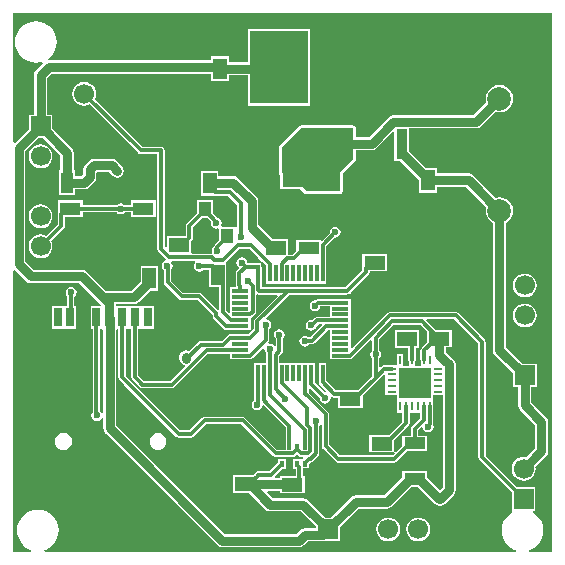
<source format=gtl>
G04*
G04 #@! TF.GenerationSoftware,Altium Limited,Altium Designer,20.2.7 (254)*
G04*
G04 Layer_Physical_Order=1*
G04 Layer_Color=255*
%FSLAX44Y44*%
%MOMM*%
G71*
G04*
G04 #@! TF.SameCoordinates,BAD59D02-7682-4231-AD5D-2D7AA58F7FA9*
G04*
G04*
G04 #@! TF.FilePolarity,Positive*
G04*
G01*
G75*
%ADD15R,1.1500X1.8000*%
%ADD16R,0.3000X1.4500*%
%ADD17R,1.4500X0.3000*%
%ADD18R,1.1000X1.3000*%
%ADD19R,0.9500X2.6000*%
%ADD20R,4.9000X6.2000*%
%ADD21R,1.6000X1.4000*%
%ADD22R,1.2000X2.2000*%
%ADD23R,1.2000X1.4000*%
%ADD24R,0.7000X1.6000*%
%ADD25R,1.8000X1.1000*%
%ADD26R,1.8000X1.1500*%
%ADD27R,1.8000X1.0000*%
%ADD28R,1.0000X1.8000*%
%ADD29R,1.8000X1.2300*%
%ADD30R,1.2300X1.8000*%
%ADD31R,0.3500X0.5000*%
%ADD32R,0.8000X0.2500*%
%ADD33R,0.2500X0.8000*%
%ADD34R,2.7000X2.6000*%
%ADD57C,0.3000*%
%ADD58C,0.8000*%
%ADD59C,0.5000*%
%ADD60C,1.7000*%
%ADD61R,1.7000X1.7000*%
%ADD62R,1.7000X1.7000*%
%ADD63C,2.0000*%
%ADD64C,0.6000*%
G36*
X457940Y2060D02*
X438657D01*
X438469Y3330D01*
X439745Y3717D01*
X442792Y5346D01*
X445463Y7537D01*
X447655Y10208D01*
X449283Y13255D01*
X450286Y16562D01*
X450625Y20000D01*
X450286Y23438D01*
X449283Y26745D01*
X447655Y29792D01*
X445463Y32463D01*
X442792Y34655D01*
X441379Y35410D01*
X441697Y36680D01*
X444020D01*
Y56720D01*
X428335D01*
X401829Y83225D01*
Y179500D01*
X401595Y180678D01*
X400927Y181677D01*
X378527Y204077D01*
X377528Y204745D01*
X376350Y204979D01*
X320921D01*
X319743Y204745D01*
X318744Y204077D01*
X288693Y174027D01*
X287520Y174513D01*
Y184730D01*
Y194730D01*
Y204730D01*
Y215770D01*
X279048D01*
X278750Y215829D01*
X260000D01*
X258822Y215595D01*
X257823Y214927D01*
X257712Y214816D01*
X257500Y214859D01*
X255736Y214508D01*
X254241Y213509D01*
X253242Y212014D01*
X252892Y210250D01*
X253242Y208486D01*
X254241Y206991D01*
X255736Y205992D01*
X257500Y205641D01*
X259264Y205992D01*
X260759Y206991D01*
X261758Y208486D01*
X261993Y209671D01*
X269980D01*
Y200829D01*
X259312D01*
X258134Y200595D01*
X257134Y199927D01*
X255139Y197932D01*
X254250Y198109D01*
X252486Y197758D01*
X250991Y196759D01*
X249992Y195264D01*
X249641Y193500D01*
X249992Y191736D01*
X250991Y190241D01*
X252486Y189242D01*
X254250Y188892D01*
X256014Y189242D01*
X257509Y190241D01*
X258508Y191736D01*
X258720Y192804D01*
X260587Y194671D01*
X262907D01*
X263393Y193498D01*
X253549Y183653D01*
X251418D01*
X250514Y184258D01*
X248750Y184609D01*
X246986Y184258D01*
X245491Y183259D01*
X244492Y181764D01*
X244142Y180000D01*
X244492Y178236D01*
X245491Y176741D01*
X246986Y175742D01*
X248750Y175392D01*
X250514Y175742D01*
X252009Y176741D01*
X252512Y177495D01*
X254824D01*
X256002Y177729D01*
X257001Y178397D01*
X268276Y189671D01*
X269980D01*
Y184730D01*
Y174730D01*
Y164730D01*
X278453D01*
X278750Y164671D01*
X286771D01*
X287068Y164730D01*
X287520D01*
Y164820D01*
X287949Y164905D01*
X288948Y165573D01*
X304357Y180982D01*
X305531Y180496D01*
Y172289D01*
X305351Y172169D01*
X304352Y170674D01*
X304001Y168910D01*
X304352Y167146D01*
X305351Y165651D01*
X305531Y165531D01*
Y150635D01*
X293416Y138520D01*
X283298D01*
X283000Y138579D01*
X275026D01*
X267079Y146525D01*
Y153000D01*
X267020Y153297D01*
Y161770D01*
X260980D01*
Y153297D01*
X260921Y153000D01*
Y145250D01*
X260980Y144953D01*
Y144230D01*
X261124D01*
X261155Y144072D01*
X261823Y143073D01*
X266649Y138247D01*
X266164Y136936D01*
X265473Y136882D01*
X257079Y145275D01*
Y153000D01*
X257020Y153297D01*
Y161770D01*
X227079D01*
Y167269D01*
X229427Y169617D01*
X230095Y170616D01*
X230329Y171794D01*
Y182371D01*
X230509Y182491D01*
X231508Y183986D01*
X231859Y185750D01*
X231508Y187514D01*
X230509Y189009D01*
X229014Y190008D01*
X227250Y190359D01*
X225486Y190008D01*
X223991Y189009D01*
X222992Y187514D01*
X222642Y185750D01*
X222992Y183986D01*
X223991Y182491D01*
X224171Y182371D01*
Y176183D01*
X222901Y175798D01*
X222259Y176759D01*
X220764Y177758D01*
X219000Y178109D01*
X218696Y178048D01*
X218441Y178287D01*
X217978Y179200D01*
X218448Y179904D01*
X218682Y181082D01*
Y190768D01*
X218862Y190888D01*
X219861Y192383D01*
X220212Y194147D01*
X219861Y195911D01*
X218862Y197406D01*
X217367Y198405D01*
X216273Y198622D01*
X215855Y200000D01*
X235525Y219671D01*
X284500D01*
X284797Y219730D01*
X287520D01*
Y221416D01*
X302677Y236573D01*
X303345Y237572D01*
X303579Y238750D01*
Y239480D01*
X318520D01*
Y254020D01*
X297480D01*
Y242798D01*
X297421Y242500D01*
Y240025D01*
X283225Y225829D01*
X212119D01*
Y231750D01*
X212079Y231951D01*
Y243250D01*
X212020Y243547D01*
Y246270D01*
X209298D01*
X209000Y246329D01*
X200249D01*
X200109Y246500D01*
X199758Y248264D01*
X198759Y249759D01*
X197264Y250758D01*
X195500Y251109D01*
X193736Y250758D01*
X192241Y249759D01*
X191242Y248264D01*
X190891Y246500D01*
X191242Y244736D01*
X192241Y243241D01*
X192695Y242938D01*
X192820Y241674D01*
X191243Y240097D01*
X190575Y239098D01*
X190341Y237920D01*
Y227834D01*
X190499Y227040D01*
X189756Y225770D01*
X185480D01*
Y214730D01*
Y204513D01*
X184307Y204027D01*
X182329Y206005D01*
Y232250D01*
X182270Y232547D01*
Y247020D01*
X182889Y248034D01*
X193025Y258171D01*
X201996D01*
X209465Y250701D01*
X210053Y249822D01*
X211822Y248053D01*
X212701Y247465D01*
X215921Y244245D01*
Y237500D01*
X215980Y237203D01*
Y228730D01*
X267020D01*
Y237203D01*
X267079Y237500D01*
Y260475D01*
X274288Y267684D01*
X274500Y267642D01*
X276264Y267992D01*
X277759Y268991D01*
X278758Y270486D01*
X279109Y272250D01*
X278758Y274014D01*
X277759Y275509D01*
X276264Y276508D01*
X274500Y276859D01*
X272736Y276508D01*
X271241Y275509D01*
X270242Y274014D01*
X269891Y272250D01*
X269934Y272038D01*
X263095Y265200D01*
X262412Y265482D01*
Y265482D01*
X241372D01*
Y256797D01*
X237884Y253309D01*
X234770D01*
Y266270D01*
X221689D01*
X209378Y278581D01*
Y298750D01*
X208950Y300904D01*
X207730Y302730D01*
X191980Y318480D01*
X190154Y319700D01*
X188000Y320128D01*
X175520D01*
Y324270D01*
X160980D01*
Y303230D01*
X172202D01*
X172500Y303171D01*
X183865D01*
X191254Y295782D01*
Y277745D01*
X190194Y277237D01*
X178822D01*
X178132Y278507D01*
X178429Y279999D01*
X178078Y281763D01*
X177079Y283258D01*
X175584Y284257D01*
X175183Y284337D01*
X171123Y288397D01*
Y300082D01*
X157083D01*
Y288397D01*
X148823Y280137D01*
X148155Y279138D01*
X147921Y277960D01*
Y269020D01*
X131730D01*
Y260288D01*
X130460Y259650D01*
X130064Y259944D01*
Y341786D01*
X129830Y342965D01*
X129162Y343963D01*
X128163Y344631D01*
X126985Y344865D01*
X110989D01*
X70944Y384910D01*
X71762Y386884D01*
X72106Y389500D01*
X71762Y392116D01*
X70753Y394553D01*
X69146Y396646D01*
X67053Y398252D01*
X64616Y399262D01*
X62000Y399607D01*
X59384Y399262D01*
X56947Y398252D01*
X54854Y396646D01*
X53248Y394553D01*
X52238Y392116D01*
X51894Y389500D01*
X52238Y386884D01*
X53248Y384447D01*
X54854Y382354D01*
X56947Y380748D01*
X59384Y379738D01*
X62000Y379394D01*
X64616Y379738D01*
X66590Y380556D01*
X107537Y339609D01*
X108536Y338941D01*
X109714Y338707D01*
X123906D01*
Y257994D01*
X124140Y256816D01*
X124808Y255817D01*
X130988Y249637D01*
X130570Y248259D01*
X130410Y248227D01*
X128915Y247228D01*
X127916Y245733D01*
X127565Y243969D01*
X127916Y242206D01*
X128915Y240711D01*
X129421Y240373D01*
Y229979D01*
X129655Y228801D01*
X130323Y227802D01*
X142177Y215947D01*
X143176Y215280D01*
X144355Y215045D01*
X158100D01*
X170671Y202475D01*
Y201250D01*
X170905Y200072D01*
X171573Y199073D01*
X180073Y190573D01*
X181072Y189905D01*
X182250Y189671D01*
X194250D01*
X194548Y189730D01*
X203020D01*
Y199820D01*
X203449Y199905D01*
X204448Y200573D01*
X206697Y202822D01*
X207365Y203821D01*
X207599Y204999D01*
Y219195D01*
X207616Y219218D01*
X208815Y219902D01*
X208869Y219896D01*
X210000Y219671D01*
X225157D01*
X225643Y218498D01*
X206386Y199240D01*
X205718Y198241D01*
X205484Y197063D01*
Y190318D01*
X200996Y185829D01*
X185250D01*
X184072Y185595D01*
X183073Y184927D01*
X178475Y180329D01*
X160500D01*
X159322Y180095D01*
X158323Y179427D01*
X150668Y171773D01*
X150404Y171950D01*
X148250Y172378D01*
X146096Y171950D01*
X144270Y170730D01*
X143050Y168904D01*
X142622Y166750D01*
Y165250D01*
X143050Y163096D01*
X144270Y161270D01*
X146096Y160050D01*
X146907Y159889D01*
X147275Y158674D01*
X134913Y146312D01*
X112365D01*
X111691Y146985D01*
X111145Y147802D01*
X107919Y151028D01*
Y190732D01*
X110050D01*
X110360Y190732D01*
X111320D01*
X111630Y190732D01*
X121360D01*
Y209772D01*
X111630D01*
X111320Y209772D01*
X110360D01*
X110050Y209772D01*
X100630D01*
X100320Y209772D01*
X99360D01*
X99050Y209772D01*
X89844D01*
X88986Y210904D01*
X89250Y211622D01*
X104000D01*
X106154Y212050D01*
X107980Y213270D01*
X117690Y222980D01*
X124270D01*
Y244020D01*
X109730D01*
Y230939D01*
X101669Y222878D01*
X80331D01*
X64230Y238980D01*
X62404Y240200D01*
X60250Y240628D01*
X19041D01*
X12088Y247581D01*
Y341129D01*
X22940Y351980D01*
X27061D01*
X41660Y337381D01*
Y324912D01*
X40768D01*
Y303872D01*
X53808D01*
Y308764D01*
X62081D01*
X64235Y309192D01*
X66061Y310412D01*
X70747Y315099D01*
X71968Y316925D01*
X72396Y319078D01*
Y323284D01*
X83007D01*
X86020Y320270D01*
X87846Y319050D01*
X90000Y318622D01*
X92154Y319050D01*
X93980Y320270D01*
X95200Y322096D01*
X95628Y324250D01*
X95200Y326404D01*
X93980Y328230D01*
X89318Y332892D01*
X87492Y334112D01*
X85338Y334540D01*
X70001D01*
X67847Y334112D01*
X66022Y332892D01*
X62788Y329658D01*
X61568Y327832D01*
X61140Y325678D01*
Y321410D01*
X59750Y320020D01*
X53808D01*
Y324912D01*
X52916D01*
Y339712D01*
X52488Y341866D01*
X51267Y343692D01*
X35020Y359939D01*
Y372020D01*
X30628D01*
Y403169D01*
X34081Y406622D01*
X169573D01*
Y400381D01*
X184914D01*
Y405272D01*
X200980D01*
Y379480D01*
X253020D01*
Y444520D01*
X200980D01*
Y416529D01*
X184914D01*
Y421421D01*
X169573D01*
Y417878D01*
X31750D01*
X31470Y417822D01*
X31412Y417910D01*
X31012Y419026D01*
X33463Y421037D01*
X35655Y423708D01*
X37283Y426755D01*
X38286Y430062D01*
X38625Y433500D01*
X38286Y436939D01*
X37283Y440245D01*
X35655Y443292D01*
X33463Y445963D01*
X30792Y448155D01*
X27745Y449783D01*
X24439Y450786D01*
X21000Y451125D01*
X17562Y450786D01*
X14255Y449783D01*
X11208Y448155D01*
X8537Y445963D01*
X6345Y443292D01*
X4717Y440245D01*
X3714Y436939D01*
X3375Y433500D01*
X3714Y430062D01*
X4717Y426755D01*
X6345Y423708D01*
X8537Y421037D01*
X11208Y418845D01*
X14255Y417217D01*
X17562Y416214D01*
X21000Y415875D01*
X24439Y416214D01*
X26620Y416876D01*
X27293Y415753D01*
X21020Y409480D01*
X19800Y407654D01*
X19372Y405500D01*
Y372020D01*
X14980D01*
Y359939D01*
X3330Y348289D01*
X2060Y348815D01*
Y457940D01*
X457940D01*
Y2060D01*
D02*
G37*
G36*
X169477Y281333D02*
X169212Y279999D01*
X169563Y278236D01*
X170562Y276741D01*
X172057Y275742D01*
X173821Y275391D01*
X174884Y275602D01*
X176154Y274711D01*
Y265552D01*
X172321Y261719D01*
X171653Y260720D01*
X171447Y259684D01*
X171239Y259545D01*
X170240Y258050D01*
X169889Y256286D01*
X170079Y255331D01*
X170049Y255187D01*
X169119Y254088D01*
X153878D01*
X152770Y254480D01*
Y264915D01*
X153177Y265323D01*
X153845Y266322D01*
X154079Y267500D01*
Y276684D01*
X161437Y284042D01*
X166768D01*
X169477Y281333D01*
D02*
G37*
G36*
X156061Y247154D02*
X156175Y246660D01*
X155242Y245264D01*
X154892Y243500D01*
X155242Y241736D01*
X156241Y240241D01*
X157736Y239242D01*
X159500Y238892D01*
X161264Y239242D01*
X162759Y240241D01*
X162879Y240421D01*
X167730D01*
Y225980D01*
X176171D01*
Y207480D01*
X174901Y206954D01*
X161553Y220302D01*
X160554Y220969D01*
X159375Y221204D01*
X145630D01*
X135579Y231255D01*
Y240930D01*
X136432Y242206D01*
X136782Y243969D01*
X136432Y245733D01*
X135812Y246660D01*
X136491Y247930D01*
X155709D01*
X156061Y247154D01*
D02*
G37*
G36*
X352230Y188415D02*
Y179335D01*
X347573Y174677D01*
X346905Y173678D01*
X346671Y172500D01*
Y164250D01*
X346730Y163953D01*
Y159020D01*
X342270D01*
Y162710D01*
X342345Y162822D01*
X342579Y164000D01*
Y174730D01*
X345770D01*
Y189270D01*
X324730D01*
Y174730D01*
X336421D01*
Y164000D01*
X336655Y162822D01*
X336730Y162710D01*
Y159020D01*
X332270D01*
Y169520D01*
X326730D01*
Y159770D01*
X322548D01*
X322250Y159829D01*
X316000D01*
X314822Y159595D01*
X313823Y158927D01*
X312862Y157967D01*
X311689Y158453D01*
Y165531D01*
X311869Y165651D01*
X312868Y167146D01*
X313219Y168910D01*
X312868Y170674D01*
X311869Y172169D01*
X311689Y172289D01*
Y181605D01*
X324005Y193921D01*
X346725D01*
X352230Y188415D01*
D02*
G37*
G36*
X316980Y151716D02*
Y144230D01*
Y134230D01*
X326980D01*
Y130520D01*
X326730D01*
Y119480D01*
X331421D01*
Y112025D01*
X320165Y100770D01*
X303480D01*
Y86230D01*
X324150D01*
X324786Y85070D01*
X323295Y83579D01*
X278276D01*
X269579Y92275D01*
Y118250D01*
X269345Y119428D01*
X268677Y120427D01*
X252427Y136677D01*
X252079Y136910D01*
Y139907D01*
X253253Y140393D01*
X261434Y132212D01*
X261392Y132000D01*
X261742Y130236D01*
X262741Y128741D01*
X264236Y127742D01*
X266000Y127392D01*
X267764Y127742D01*
X269259Y128741D01*
X270258Y130236D01*
X270609Y132000D01*
X270487Y132613D01*
X271377Y133195D01*
X271651Y133271D01*
X272572Y132655D01*
X273750Y132421D01*
X276730D01*
Y123980D01*
X297770D01*
Y134165D01*
X310787Y147183D01*
X310787Y147183D01*
X315807Y152202D01*
X316980Y151716D01*
D02*
G37*
G36*
X77360Y190732D02*
X77872Y189674D01*
Y165750D01*
Y119458D01*
X77751Y119410D01*
X76602Y119247D01*
X75759Y120509D01*
X75419Y120736D01*
Y190732D01*
X77360D01*
D02*
G37*
G36*
X365392Y56351D02*
X363073Y54032D01*
X352128Y64977D01*
Y70058D01*
X331088D01*
Y64977D01*
X315633Y49522D01*
X291744D01*
X289590Y49094D01*
X287764Y47874D01*
X270661Y30770D01*
X266539D01*
X251580Y45730D01*
X249754Y46950D01*
X247600Y47378D01*
X221581D01*
X216886Y52073D01*
X217372Y53247D01*
X227480D01*
Y51230D01*
X248520D01*
Y65770D01*
X247173D01*
Y72480D01*
X252270D01*
Y76165D01*
X253763Y77659D01*
X254802Y77865D01*
X255800Y78533D01*
X260217Y82949D01*
X260885Y83948D01*
X261119Y85127D01*
Y108564D01*
X261759Y108991D01*
X262151Y109578D01*
X263421Y109193D01*
Y91000D01*
X263655Y89822D01*
X264323Y88823D01*
X274823Y78323D01*
X275822Y77655D01*
X277000Y77421D01*
X324570D01*
X325749Y77655D01*
X326748Y78323D01*
X335443Y87018D01*
X352128D01*
Y100058D01*
X344687D01*
Y104672D01*
X347357Y107342D01*
X348735Y106924D01*
X348952Y105830D01*
X349951Y104335D01*
X351446Y103336D01*
X353210Y102985D01*
X354974Y103336D01*
X356469Y104335D01*
X357468Y105830D01*
X357819Y107594D01*
X357490Y109247D01*
X357579Y109696D01*
Y125000D01*
X357345Y126178D01*
X357270Y126290D01*
Y130520D01*
X357020D01*
Y134230D01*
X365392D01*
Y56351D01*
D02*
G37*
G36*
X99050Y190732D02*
X99360Y190732D01*
X100491Y190732D01*
X101761Y190396D01*
Y149753D01*
X101995Y148574D01*
X102663Y147575D01*
X106245Y143993D01*
X106791Y143176D01*
X108912Y141055D01*
X109911Y140388D01*
X111089Y140153D01*
X136189D01*
X137367Y140388D01*
X138366Y141055D01*
X166961Y169651D01*
X181622D01*
X181723Y169671D01*
X185480D01*
Y164730D01*
X193953D01*
X194250Y164671D01*
X202271D01*
X202568Y164730D01*
X203020D01*
Y164820D01*
X203449Y164905D01*
X204448Y165573D01*
X213276Y174400D01*
X214446Y173775D01*
X214391Y173500D01*
X214742Y171736D01*
X215741Y170241D01*
X215921Y170121D01*
Y161770D01*
X205980D01*
Y153297D01*
X205921Y153000D01*
Y129960D01*
X204991Y129339D01*
X203992Y127844D01*
X203641Y126080D01*
X203992Y124316D01*
X204991Y122821D01*
X206486Y121822D01*
X208250Y121472D01*
X210014Y121822D01*
X211509Y122821D01*
X212508Y124316D01*
X212736Y125464D01*
X214089Y125907D01*
X214660Y125336D01*
X214863Y125033D01*
X232671Y107225D01*
Y94770D01*
X232480D01*
Y88309D01*
X225566D01*
X198426Y115450D01*
X197427Y116117D01*
X196248Y116352D01*
X164089D01*
X162911Y116117D01*
X161912Y115450D01*
X151061Y104599D01*
X143077D01*
X100691Y146985D01*
X100145Y147802D01*
X96919Y151028D01*
Y190732D01*
X99050D01*
D02*
G37*
G36*
X346421Y115115D02*
X339431Y108125D01*
X338763Y107126D01*
X338529Y105948D01*
Y100058D01*
X331088D01*
Y91372D01*
X325680Y85964D01*
X324520Y86600D01*
Y96415D01*
X336677Y108573D01*
X337345Y109572D01*
X337579Y110750D01*
Y119480D01*
X346421D01*
Y115115D01*
D02*
G37*
G36*
X90761Y149753D02*
X90995Y148574D01*
X91663Y147575D01*
X95245Y143993D01*
X95791Y143176D01*
X139624Y99343D01*
X140623Y98675D01*
X141802Y98441D01*
X152337D01*
X153515Y98675D01*
X154514Y99343D01*
X165364Y110193D01*
X194973D01*
X222114Y83053D01*
X223113Y82385D01*
X224291Y82151D01*
X238751D01*
X239929Y82385D01*
X240928Y83053D01*
X242250Y84375D01*
X243572Y83053D01*
X244571Y82385D01*
X245749Y82151D01*
X246799D01*
X247449Y80881D01*
X247188Y80520D01*
X245730D01*
Y80520D01*
X245520Y80270D01*
X238980D01*
Y72230D01*
X241015D01*
Y65770D01*
X227480D01*
Y64503D01*
X223654D01*
X223128Y65773D01*
X229585Y72230D01*
X232520D01*
Y80270D01*
X225980D01*
Y77335D01*
X218475Y69829D01*
X208750D01*
X207572Y69595D01*
X206573Y68927D01*
X205905Y67928D01*
X205863Y67718D01*
X204666Y66520D01*
X187980D01*
Y51980D01*
X201061D01*
X215270Y37770D01*
X217096Y36550D01*
X219250Y36122D01*
X245269D01*
X258242Y23148D01*
X257765Y21878D01*
X248750D01*
X246596Y21450D01*
X244770Y20230D01*
X241419Y16878D01*
X181331D01*
X89128Y109081D01*
Y165750D01*
Y189542D01*
X89320Y190732D01*
X90761D01*
Y149753D01*
D02*
G37*
G36*
X12730Y231020D02*
X14556Y229800D01*
X16710Y229372D01*
X57919D01*
X74020Y213270D01*
X74020Y213270D01*
X76248Y211042D01*
X75722Y209772D01*
X67320D01*
Y190732D01*
X69261D01*
Y120522D01*
X69241Y120509D01*
X68242Y119014D01*
X67892Y117250D01*
X68242Y115486D01*
X69241Y113991D01*
X70736Y112992D01*
X72500Y112641D01*
X74264Y112992D01*
X75759Y113991D01*
X76602Y115253D01*
X77751Y115090D01*
X77872Y115042D01*
Y106750D01*
X78300Y104596D01*
X79520Y102770D01*
X175020Y7270D01*
X176846Y6050D01*
X179000Y5622D01*
X243750D01*
X245904Y6050D01*
X247730Y7270D01*
X251081Y10622D01*
X264100D01*
X264644Y10730D01*
X278620D01*
Y22811D01*
X294075Y38266D01*
X317964D01*
X320118Y38694D01*
X321944Y39914D01*
X339047Y57018D01*
X344169D01*
X358666Y42520D01*
X360492Y41300D01*
X362646Y40872D01*
X363500D01*
X365654Y41300D01*
X367480Y42520D01*
X375000Y50040D01*
X376220Y51866D01*
X376648Y54020D01*
Y160536D01*
X376220Y162690D01*
X375000Y164516D01*
X371766Y167750D01*
X370711Y168455D01*
X368378Y170788D01*
Y174980D01*
X373270D01*
Y189520D01*
X359835D01*
X351707Y197647D01*
X352193Y198821D01*
X375075D01*
X395671Y178225D01*
Y81950D01*
X395905Y80772D01*
X396573Y79773D01*
X423980Y52365D01*
Y36680D01*
X424304D01*
X424622Y35410D01*
X423208Y34655D01*
X420537Y32463D01*
X418345Y29792D01*
X416717Y26745D01*
X415714Y23438D01*
X415375Y20000D01*
X415714Y16562D01*
X416717Y13255D01*
X418345Y10208D01*
X420537Y7537D01*
X423208Y5346D01*
X426255Y3717D01*
X427532Y3330D01*
X427343Y2060D01*
X28407D01*
X28219Y3330D01*
X29495Y3717D01*
X32542Y5346D01*
X35213Y7537D01*
X37405Y10208D01*
X39033Y13255D01*
X40036Y16562D01*
X40375Y20000D01*
X40036Y23438D01*
X39033Y26745D01*
X37405Y29792D01*
X35213Y32463D01*
X32542Y34655D01*
X29495Y36283D01*
X26188Y37286D01*
X22750Y37625D01*
X19312Y37286D01*
X16005Y36283D01*
X12958Y34655D01*
X10287Y32463D01*
X8095Y29792D01*
X6467Y26745D01*
X5464Y23438D01*
X5125Y20000D01*
X5464Y16562D01*
X6467Y13255D01*
X8095Y10208D01*
X10287Y7537D01*
X12958Y5346D01*
X16005Y3717D01*
X17282Y3330D01*
X17093Y2060D01*
X2060D01*
Y239895D01*
X3330Y240421D01*
X12730Y231020D01*
D02*
G37*
%LPC*%
G36*
X413500Y397119D02*
X410493Y396724D01*
X407690Y395563D01*
X405284Y393716D01*
X403437Y391310D01*
X402277Y388507D01*
X401881Y385500D01*
X402277Y382493D01*
X402352Y382311D01*
X391689Y371648D01*
X323814D01*
X321660Y371220D01*
X319834Y370000D01*
X302962Y353128D01*
X292340D01*
Y360250D01*
X292143Y361241D01*
X291581Y362081D01*
X290741Y362643D01*
X289750Y362840D01*
X245500Y362840D01*
X244509Y362643D01*
X243669Y362081D01*
X227669Y346081D01*
X227107Y345241D01*
X226910Y344250D01*
Y322500D01*
X227107Y321509D01*
X227669Y320669D01*
X227880Y320527D01*
Y309086D01*
X245001D01*
X248419Y305669D01*
X249259Y305107D01*
X250250Y304910D01*
X278000D01*
X278991Y305107D01*
X279831Y305669D01*
X280581Y306419D01*
X281143Y307259D01*
X281340Y308250D01*
Y322177D01*
X291581Y332419D01*
X292143Y333259D01*
X292340Y334250D01*
Y341872D01*
X305294D01*
X307447Y342300D01*
X309273Y343520D01*
X323407Y357654D01*
X324580Y357168D01*
Y332980D01*
X329161D01*
X344620Y317520D01*
X345730Y316779D01*
Y305980D01*
X360270D01*
Y310872D01*
X385169D01*
X402352Y293689D01*
X402277Y293507D01*
X401881Y290500D01*
X402277Y287493D01*
X403437Y284690D01*
X405284Y282284D01*
X407690Y280437D01*
X407872Y280362D01*
Y172600D01*
X408300Y170446D01*
X409520Y168620D01*
X424980Y153161D01*
Y141080D01*
X429372D01*
Y125955D01*
X429800Y123801D01*
X431020Y121975D01*
X443412Y109584D01*
Y89471D01*
X435897Y81957D01*
X434000Y82206D01*
X431384Y81862D01*
X428947Y80852D01*
X426854Y79246D01*
X425248Y77153D01*
X424238Y74716D01*
X423894Y72100D01*
X424238Y69484D01*
X425248Y67047D01*
X426854Y64954D01*
X428947Y63348D01*
X431384Y62338D01*
X434000Y61994D01*
X436616Y62338D01*
X439053Y63348D01*
X441146Y64954D01*
X442752Y67047D01*
X443762Y69484D01*
X444106Y72100D01*
X443857Y73997D01*
X453020Y83160D01*
X454240Y84986D01*
X454668Y87140D01*
Y111915D01*
X454240Y114069D01*
X453020Y115895D01*
X440628Y128286D01*
Y141080D01*
X445020D01*
Y161120D01*
X432939D01*
X419128Y174931D01*
Y280362D01*
X419310Y280437D01*
X421716Y282284D01*
X423563Y284690D01*
X424724Y287493D01*
X425120Y290500D01*
X424724Y293507D01*
X423563Y296310D01*
X421716Y298716D01*
X419310Y300563D01*
X416507Y301723D01*
X413500Y302120D01*
X410493Y301723D01*
X410311Y301648D01*
X391480Y320480D01*
X389654Y321700D01*
X387500Y322128D01*
X360270D01*
Y327020D01*
X351794D01*
X351250Y327128D01*
X350931D01*
X337120Y340939D01*
Y360392D01*
X394020D01*
X396174Y360820D01*
X398000Y362040D01*
X410311Y374352D01*
X410493Y374277D01*
X413500Y373881D01*
X416507Y374277D01*
X419310Y375437D01*
X421716Y377284D01*
X423563Y379690D01*
X424724Y382493D01*
X425120Y385500D01*
X424724Y388507D01*
X423563Y391310D01*
X421716Y393716D01*
X419310Y395563D01*
X416507Y396724D01*
X413500Y397119D01*
D02*
G37*
G36*
X25000Y346707D02*
X22384Y346362D01*
X19947Y345353D01*
X17854Y343746D01*
X16248Y341653D01*
X15238Y339216D01*
X14894Y336600D01*
X15238Y333984D01*
X16248Y331547D01*
X17854Y329454D01*
X19947Y327848D01*
X22384Y326838D01*
X25000Y326494D01*
X27616Y326838D01*
X30053Y327848D01*
X32146Y329454D01*
X33753Y331547D01*
X34762Y333984D01*
X35106Y336600D01*
X34762Y339216D01*
X33753Y341653D01*
X32146Y343746D01*
X30053Y345353D01*
X27616Y346362D01*
X25000Y346707D01*
D02*
G37*
G36*
X122520Y299270D02*
X101480D01*
Y295329D01*
X96077D01*
X96009Y295431D01*
X94514Y296430D01*
X92750Y296781D01*
X90986Y296430D01*
X89491Y295431D01*
X89423Y295329D01*
X60520D01*
Y299270D01*
X39480D01*
Y288547D01*
X39421Y288250D01*
Y279175D01*
X29590Y269344D01*
X27616Y270162D01*
X25000Y270506D01*
X22384Y270162D01*
X19947Y269153D01*
X17854Y267546D01*
X16248Y265453D01*
X15238Y263016D01*
X14894Y260400D01*
X15238Y257784D01*
X16248Y255347D01*
X17854Y253254D01*
X19947Y251648D01*
X22384Y250638D01*
X25000Y250294D01*
X27616Y250638D01*
X30053Y251648D01*
X32146Y253254D01*
X33753Y255347D01*
X34762Y257784D01*
X35106Y260400D01*
X34762Y263016D01*
X33944Y264990D01*
X44677Y275723D01*
X45345Y276722D01*
X45579Y277900D01*
Y285230D01*
X60520D01*
Y289171D01*
X89319D01*
X89491Y288913D01*
X90986Y287915D01*
X92750Y287564D01*
X94514Y287915D01*
X96009Y288913D01*
X96181Y289171D01*
X101480D01*
Y285230D01*
X122520D01*
Y299270D01*
D02*
G37*
G36*
X25000Y295907D02*
X22384Y295562D01*
X19947Y294552D01*
X17854Y292946D01*
X16248Y290853D01*
X15238Y288416D01*
X14894Y285800D01*
X15238Y283184D01*
X16248Y280747D01*
X17854Y278654D01*
X19947Y277048D01*
X22384Y276038D01*
X25000Y275694D01*
X27616Y276038D01*
X30053Y277048D01*
X32146Y278654D01*
X33753Y280747D01*
X34762Y283184D01*
X35106Y285800D01*
X34762Y288416D01*
X33753Y290853D01*
X32146Y292946D01*
X30053Y294552D01*
X27616Y295562D01*
X25000Y295907D01*
D02*
G37*
G36*
X435000Y237407D02*
X432384Y237062D01*
X429947Y236052D01*
X427854Y234446D01*
X426248Y232353D01*
X425238Y229916D01*
X424894Y227300D01*
X425238Y224684D01*
X426248Y222247D01*
X427854Y220154D01*
X429947Y218548D01*
X432384Y217538D01*
X435000Y217194D01*
X437616Y217538D01*
X440053Y218548D01*
X442146Y220154D01*
X443753Y222247D01*
X444762Y224684D01*
X445107Y227300D01*
X444762Y229916D01*
X443753Y232353D01*
X442146Y234446D01*
X440053Y236052D01*
X437616Y237062D01*
X435000Y237407D01*
D02*
G37*
G36*
Y212006D02*
X432384Y211662D01*
X429947Y210653D01*
X427854Y209046D01*
X426248Y206953D01*
X425238Y204516D01*
X424894Y201900D01*
X425238Y199284D01*
X426248Y196847D01*
X427854Y194754D01*
X429947Y193148D01*
X432384Y192138D01*
X435000Y191794D01*
X437616Y192138D01*
X440053Y193148D01*
X442146Y194754D01*
X443753Y196847D01*
X444762Y199284D01*
X445107Y201900D01*
X444762Y204516D01*
X443753Y206953D01*
X442146Y209046D01*
X440053Y210653D01*
X437616Y211662D01*
X435000Y212006D01*
D02*
G37*
%LPD*%
G36*
X289750Y360250D02*
X289750Y334250D01*
X278750Y323250D01*
Y308250D01*
X278000Y307500D01*
X250250D01*
X235250Y322500D01*
X229500D01*
Y344250D01*
X245500Y360250D01*
X289750Y360250D01*
D02*
G37*
%LPC*%
G36*
X124340Y102353D02*
X122502Y102111D01*
X120790Y101402D01*
X119319Y100274D01*
X118191Y98803D01*
X117481Y97090D01*
X117239Y95253D01*
X117481Y93415D01*
X118191Y91702D01*
X119319Y90232D01*
X120790Y89103D01*
X122502Y88394D01*
X124340Y88152D01*
X126178Y88394D01*
X127890Y89103D01*
X129361Y90232D01*
X130490Y91702D01*
X131199Y93415D01*
X131441Y95253D01*
X131199Y97090D01*
X130490Y98803D01*
X129361Y100274D01*
X127890Y101402D01*
X126178Y102111D01*
X124340Y102353D01*
D02*
G37*
G36*
X50905Y226031D02*
X49142Y225680D01*
X47646Y224681D01*
X46648Y223186D01*
X46297Y221422D01*
X46648Y219659D01*
X47544Y218318D01*
Y209772D01*
X45630D01*
X45320Y209772D01*
X44360D01*
X44050Y209772D01*
X34320D01*
Y190732D01*
X44050D01*
X44360Y190732D01*
X45320D01*
X45630Y190732D01*
X55360D01*
Y209772D01*
X53702D01*
Y217855D01*
X54164Y218164D01*
X55163Y219659D01*
X55514Y221422D01*
X55163Y223186D01*
X54164Y224681D01*
X52669Y225680D01*
X50905Y226031D01*
D02*
G37*
G36*
X44340Y102353D02*
X42502Y102111D01*
X40790Y101402D01*
X39319Y100274D01*
X38191Y98803D01*
X37481Y97090D01*
X37239Y95253D01*
X37481Y93415D01*
X38191Y91702D01*
X39319Y90232D01*
X40790Y89103D01*
X42502Y88394D01*
X44340Y88152D01*
X46178Y88394D01*
X47890Y89103D01*
X49361Y90232D01*
X50490Y91702D01*
X51199Y93415D01*
X51441Y95253D01*
X51199Y97090D01*
X50490Y98803D01*
X49361Y100274D01*
X47890Y101402D01*
X46178Y102111D01*
X44340Y102353D01*
D02*
G37*
G36*
X344800Y30856D02*
X342184Y30512D01*
X339747Y29502D01*
X337654Y27896D01*
X336048Y25803D01*
X335038Y23366D01*
X334694Y20750D01*
X335038Y18134D01*
X336048Y15697D01*
X337654Y13604D01*
X339747Y11998D01*
X342184Y10988D01*
X344800Y10644D01*
X347416Y10988D01*
X349853Y11998D01*
X351946Y13604D01*
X353553Y15697D01*
X354562Y18134D01*
X354907Y20750D01*
X354562Y23366D01*
X353553Y25803D01*
X351946Y27896D01*
X349853Y29502D01*
X347416Y30512D01*
X344800Y30856D01*
D02*
G37*
G36*
X319400D02*
X316784Y30512D01*
X314347Y29502D01*
X312254Y27896D01*
X310648Y25803D01*
X309638Y23366D01*
X309294Y20750D01*
X309638Y18134D01*
X310648Y15697D01*
X312254Y13604D01*
X314347Y11998D01*
X316784Y10988D01*
X319400Y10644D01*
X322016Y10988D01*
X324453Y11998D01*
X326546Y13604D01*
X328153Y15697D01*
X329162Y18134D01*
X329506Y20750D01*
X329162Y23366D01*
X328153Y25803D01*
X326546Y27896D01*
X324453Y29502D01*
X322016Y30512D01*
X319400Y30856D01*
D02*
G37*
%LPD*%
D15*
X138250Y313750D02*
D03*
X168250D02*
D03*
X323000Y316500D02*
D03*
X353000D02*
D03*
X87000Y233500D02*
D03*
X117000D02*
D03*
X175000Y236500D02*
D03*
X145000D02*
D03*
X302500Y316250D02*
D03*
X272500D02*
D03*
D16*
X209000Y237500D02*
D03*
X214000D02*
D03*
X219000D02*
D03*
X224000D02*
D03*
X229000D02*
D03*
X234000D02*
D03*
X239000D02*
D03*
X244000D02*
D03*
X249000D02*
D03*
X254000D02*
D03*
X259000D02*
D03*
X264000D02*
D03*
Y153000D02*
D03*
X259000D02*
D03*
X254000D02*
D03*
X249000D02*
D03*
X244000D02*
D03*
X239000D02*
D03*
X234000D02*
D03*
X229000D02*
D03*
X224000D02*
D03*
X219000D02*
D03*
X214000D02*
D03*
X209000D02*
D03*
D17*
X278750Y222750D02*
D03*
Y217750D02*
D03*
Y212750D02*
D03*
Y207750D02*
D03*
Y202750D02*
D03*
Y197750D02*
D03*
Y192750D02*
D03*
Y187750D02*
D03*
Y182750D02*
D03*
Y177750D02*
D03*
Y172750D02*
D03*
Y167750D02*
D03*
X194250D02*
D03*
Y172750D02*
D03*
Y177750D02*
D03*
Y182750D02*
D03*
Y187750D02*
D03*
Y192750D02*
D03*
Y197750D02*
D03*
Y202750D02*
D03*
Y207750D02*
D03*
Y212750D02*
D03*
Y217750D02*
D03*
Y222750D02*
D03*
D18*
X163100Y269220D02*
D03*
X164103Y292062D02*
D03*
X183174Y269217D02*
D03*
X183011Y292108D02*
D03*
D19*
X204200Y347000D02*
D03*
X249800D02*
D03*
X330850Y347500D02*
D03*
X285250D02*
D03*
D20*
X227000Y412000D02*
D03*
X308050Y412500D02*
D03*
D21*
X162340Y195252D02*
D03*
D22*
X171340Y99253D02*
D03*
X16340Y99253D02*
D03*
D23*
Y194252D02*
D03*
D24*
X28340Y200252D02*
D03*
X39340D02*
D03*
X50340D02*
D03*
X61340D02*
D03*
X72340D02*
D03*
X83340D02*
D03*
X94340D02*
D03*
X105340D02*
D03*
X116340D02*
D03*
D25*
X50000Y292250D02*
D03*
X112000D02*
D03*
Y255250D02*
D03*
X50000D02*
D03*
D26*
X308000Y246750D02*
D03*
Y216750D02*
D03*
X224250Y259000D02*
D03*
Y289000D02*
D03*
X287250Y101250D02*
D03*
Y131250D02*
D03*
X362750Y212250D02*
D03*
Y182250D02*
D03*
X335250Y212000D02*
D03*
Y182000D02*
D03*
X238000Y28500D02*
D03*
Y58500D02*
D03*
X198500Y29250D02*
D03*
Y59250D02*
D03*
X314000Y63500D02*
D03*
Y93500D02*
D03*
X142250Y291750D02*
D03*
Y261750D02*
D03*
D27*
X341608Y63538D02*
D03*
Y93538D02*
D03*
X251892Y258962D02*
D03*
Y288962D02*
D03*
D28*
X47288Y314392D02*
D03*
X77288D02*
D03*
D29*
X238400Y316756D02*
D03*
D03*
X212201D02*
D03*
D30*
X177244Y410900D02*
D03*
D03*
Y384701D02*
D03*
D31*
X242250Y76250D02*
D03*
X235750D02*
D03*
X229250Y90750D02*
D03*
X235750D02*
D03*
X242250D02*
D03*
X248750D02*
D03*
X249000Y76500D02*
D03*
X229250Y76250D02*
D03*
D32*
X361500Y132000D02*
D03*
Y137000D02*
D03*
Y142000D02*
D03*
Y147000D02*
D03*
Y152000D02*
D03*
Y157000D02*
D03*
X322500D02*
D03*
Y152000D02*
D03*
Y147000D02*
D03*
Y142000D02*
D03*
Y137000D02*
D03*
Y132000D02*
D03*
D33*
X354500Y164000D02*
D03*
X349500D02*
D03*
X344500D02*
D03*
X339500D02*
D03*
X334500D02*
D03*
X329500D02*
D03*
Y125000D02*
D03*
X334500D02*
D03*
X339500D02*
D03*
X344500D02*
D03*
X349500D02*
D03*
X354500D02*
D03*
D34*
X342000Y144500D02*
D03*
D57*
X172500Y306250D02*
X185140D01*
X194333Y268623D02*
Y297057D01*
X185140Y306250D02*
X194333Y297057D01*
X174498Y256286D02*
Y259541D01*
X183174Y268217D01*
X179746Y249246D02*
X191750Y261250D01*
X171582Y249246D02*
X179746D01*
X169819Y251009D02*
X171582Y249246D01*
X133970Y251009D02*
X169819D01*
X126985Y257994D02*
X133970Y251009D01*
X235542Y70358D02*
X235712D01*
X235500Y70400D02*
X235542Y70358D01*
X238000Y58500D02*
X239844D01*
X244094Y62750D01*
X242250Y75500D02*
Y76250D01*
X244094Y62750D02*
Y73656D01*
X242250Y75500D02*
X244094Y73656D01*
X308610Y149360D02*
Y168910D01*
X322730Y197000D02*
X348000D01*
X308610Y168910D02*
Y182880D01*
X322730Y197000D01*
X348000D02*
X362750Y182250D01*
X349750Y172500D02*
X359500Y182250D01*
X349750Y164250D02*
Y172500D01*
X359500Y182250D02*
X362750D01*
X334250Y164250D02*
X334500Y164000D01*
X334250Y164250D02*
Y168771D01*
X332001Y171020D02*
X334250Y168771D01*
X324232Y171020D02*
X332001D01*
X323392Y170180D02*
X324232Y171020D01*
X322580Y170180D02*
X323392D01*
X316000Y156750D02*
X322250D01*
X308610Y149360D02*
X316000Y156750D01*
X198750Y243250D02*
X209000D01*
X286771Y167750D02*
X320921Y201900D01*
X376350D02*
X398750Y179500D01*
X320921Y201900D02*
X376350D01*
X235500Y76000D02*
X235750Y76250D01*
X235500Y70400D02*
Y76000D01*
X93840Y149753D02*
Y200252D01*
X238751Y85230D02*
X242250Y88729D01*
Y90750D01*
X224291Y85230D02*
X238751D01*
X196248Y113272D02*
X224291Y85230D01*
X132500Y229979D02*
Y243643D01*
X132174Y243969D02*
X132500Y243643D01*
X183174Y268217D02*
Y269217D01*
X170750Y243500D02*
X175000Y239250D01*
X159500Y243500D02*
X170750D01*
X132500Y229979D02*
X144355Y218125D01*
X175000Y236500D02*
Y239250D01*
X50000Y292250D02*
X112000D01*
X159375Y218125D02*
X173750Y203750D01*
X144355Y218125D02*
X159375D01*
X173750Y201250D02*
Y203750D01*
X179250Y204729D02*
Y232250D01*
Y204729D02*
X186229Y197750D01*
X182250Y192750D02*
X194250D01*
X173750Y201250D02*
X182250Y192750D01*
X209000Y231750D02*
Y237500D01*
X209040Y223710D02*
Y231750D01*
X194250Y222750D02*
Y227004D01*
X193420Y227834D02*
Y237920D01*
X209040Y223710D02*
X210000Y222750D01*
X193420Y237920D02*
X198750Y243250D01*
X200460Y230750D02*
X200478D01*
X193420Y227834D02*
X194250Y227004D01*
X200478Y230750D02*
X204520Y226708D01*
X209000Y237500D02*
Y243250D01*
X204520Y204999D02*
Y226708D01*
X202271Y202750D02*
X204520Y204999D01*
X195500Y246500D02*
X198750Y243250D01*
X210000Y222750D02*
X234250D01*
X164103Y291063D02*
X173821Y281345D01*
Y279999D02*
Y281345D01*
X50623Y200535D02*
Y221140D01*
X72340Y117410D02*
X72500Y117250D01*
X50340Y200252D02*
X50623Y200535D01*
Y221140D02*
X50905Y221422D01*
X72340Y117410D02*
Y200252D01*
X25000Y260400D02*
X28788D01*
X25000D02*
X42500Y277900D01*
Y288250D01*
X46500Y292250D01*
X50000D01*
X141802Y101520D02*
X152337D01*
X164089Y113272D01*
X196248D01*
X104840Y149753D02*
Y200252D01*
Y149753D02*
X108968Y145625D01*
X111089Y143232D02*
X136189D01*
X108968Y145354D02*
Y145625D01*
Y145354D02*
X111089Y143232D01*
X126985Y257994D02*
Y341786D01*
X175000Y236500D02*
X179250Y232250D01*
X168250Y310500D02*
Y313750D01*
Y310500D02*
X172500Y306250D01*
X224000Y168544D02*
X227250Y171794D01*
Y185750D01*
X257500Y210250D02*
X260000Y212750D01*
X194250Y167750D02*
X202271D01*
X215603Y181082D01*
X224000Y153000D02*
Y168544D01*
Y139331D02*
Y153000D01*
X219000D02*
Y173500D01*
Y134375D02*
Y153000D01*
X208563Y197063D02*
X234250Y222750D01*
X202271Y182750D02*
X208563Y189042D01*
X215603Y181082D02*
Y194147D01*
X194250Y182750D02*
X202271D01*
X208563Y189042D02*
Y197063D01*
X234250Y222750D02*
X278750D01*
X260000Y212750D02*
X278750D01*
Y222750D02*
X284500D01*
X194250Y202750D02*
X202271D01*
X287250Y131250D02*
X290500D01*
X308610Y149360D01*
X146750Y263250D02*
X151000Y267500D01*
Y277960D01*
X164103Y291063D01*
X186229Y197750D02*
X194250D01*
X148500Y165250D02*
X160500Y177250D01*
X185250Y182750D02*
X194250D01*
X181642Y172750D02*
X194250D01*
X136189Y143232D02*
X165686Y172730D01*
X160500Y177250D02*
X179750D01*
X185250Y182750D01*
X165686Y172730D02*
X181622D01*
X181642Y172750D01*
X148250Y165250D02*
X148500D01*
X191750Y261250D02*
X203271D01*
X353210Y107594D02*
Y108406D01*
X354500Y109696D02*
Y125000D01*
X353210Y108406D02*
X354500Y109696D01*
X398750Y81950D02*
Y179500D01*
Y81950D02*
X434000Y46700D01*
X109714Y341786D02*
X126985D01*
X62000Y389500D02*
X109714Y341786D01*
X201750Y59250D02*
X208750Y66250D01*
Y66750D01*
X219750D01*
X229250Y75500D02*
Y76250D01*
X229000Y75250D02*
X229250Y75500D01*
X228250Y75250D02*
X229000D01*
X219750Y66750D02*
X228250Y75250D01*
X97968Y145354D02*
X141802Y101520D01*
X242000Y90500D02*
X242250Y90750D01*
X209000Y126830D02*
Y153000D01*
X208250Y126080D02*
X209000Y126830D01*
X217040Y127210D02*
Y127310D01*
X214000Y130351D02*
Y153000D01*
Y130351D02*
X217040Y127310D01*
Y127210D02*
X235750Y108500D01*
X219000Y134375D02*
X248750Y104625D01*
X224000Y139331D02*
X232166Y131166D01*
X235750Y90750D02*
Y108500D01*
X203271Y261250D02*
X212230Y252291D01*
X214291Y250230D02*
X219000Y245521D01*
X213999Y250230D02*
X214291D01*
X212230Y251999D02*
Y252291D01*
Y251999D02*
X213999Y250230D01*
X284500Y222750D02*
X300500Y238750D01*
Y242500D01*
X304750Y246750D01*
X308000D01*
X264000Y237500D02*
Y261750D01*
X274500Y272250D01*
X278750Y167750D02*
X286771D01*
X267000Y192750D02*
X278750D01*
X254824Y180574D02*
X267000Y192750D01*
X249324Y180574D02*
X254824D01*
X248750Y180000D02*
X249324Y180574D01*
X259312Y197750D02*
X278750D01*
X255062Y193500D02*
X259312Y197750D01*
X254250Y193500D02*
X255062D01*
X254000Y144000D02*
X266000Y132000D01*
X254000Y144000D02*
Y153000D01*
X219000Y237500D02*
Y245521D01*
X97968Y145354D02*
Y145625D01*
X93840Y149753D02*
X97968Y145625D01*
X264000Y145250D02*
Y153000D01*
X283000Y135500D02*
X287250Y131250D01*
X273750Y135500D02*
X283000D01*
X264000Y145250D02*
X273750Y135500D01*
X250007Y134500D02*
X250250D01*
X249000Y135507D02*
Y153000D01*
Y135507D02*
X250007Y134500D01*
X266500Y91000D02*
Y118250D01*
X250250Y134500D02*
X266500Y118250D01*
Y91000D02*
X277000Y80500D01*
X324570D02*
X337608Y93538D01*
X277000Y80500D02*
X324570D01*
X337608Y93538D02*
X341608D01*
Y105948D01*
X349500Y113840D01*
Y125000D01*
X314000Y93500D02*
X317250D01*
X334500Y110750D01*
Y125000D01*
X339500Y164000D02*
Y177750D01*
X335250Y182000D02*
X339500Y177750D01*
X335250Y182000D02*
X335250D01*
X229480Y144499D02*
X250500Y123479D01*
Y109267D02*
X253520Y106247D01*
X250500Y109267D02*
Y123479D01*
X258040Y85127D02*
Y111790D01*
X258500Y112250D01*
X229000Y146371D02*
X229480Y145891D01*
Y144499D02*
Y145891D01*
X229000Y146371D02*
Y153000D01*
X253520Y86999D02*
Y106247D01*
X245749Y85230D02*
X251751D01*
X249000Y76500D02*
Y77250D01*
X252460Y80710D01*
X253623D01*
X258040Y85127D01*
X242250Y88729D02*
X245749Y85230D01*
X251751D02*
X253520Y86999D01*
X248750Y90750D02*
Y104625D01*
X229000Y237500D02*
Y245521D01*
X233709Y250230D01*
X239160D01*
X247892Y258962D01*
X251892D01*
D58*
X362750Y168456D02*
Y182250D01*
X341608Y63538D02*
X345608D01*
X337608D02*
X341608D01*
X83500Y165750D02*
Y200093D01*
X83340Y200252D02*
X83500Y200093D01*
X345608Y63538D02*
X362646Y46500D01*
X363500D01*
X317964Y43894D02*
X337608Y63538D01*
X291744Y43894D02*
X317964D01*
X203750Y276250D02*
X221000Y259000D01*
X188000Y314500D02*
X203750Y298750D01*
Y276250D02*
Y298750D01*
X221000Y259000D02*
X224250D01*
X6460Y245250D02*
Y343460D01*
Y245250D02*
X16710Y235000D01*
X60250D01*
X78000Y217250D01*
X82840Y212410D01*
X117000Y230250D02*
Y233500D01*
X104000Y217250D02*
X117000Y230250D01*
X78000Y217250D02*
X104000D01*
X82840Y200753D02*
X83340Y200252D01*
X83500Y106750D02*
Y165750D01*
X82840Y200753D02*
Y212410D01*
X83500Y106750D02*
X179000Y11250D01*
X168250Y313750D02*
X169000Y314500D01*
X188000D01*
X47288Y314392D02*
X62081D01*
X66768Y319078D01*
Y325678D01*
X70001Y328912D01*
X85338D01*
X90000Y324250D01*
X6460Y343460D02*
X25000Y362000D01*
X47288Y339712D01*
Y316546D02*
Y339712D01*
X25000Y362000D02*
Y405500D01*
X31750Y412250D01*
X148250Y165250D02*
Y166750D01*
X371020Y54020D02*
Y160536D01*
X367786Y163770D02*
X371020Y160536D01*
X362750Y168456D02*
X367436Y163770D01*
X363500Y46500D02*
X371020Y54020D01*
X367436Y163770D02*
X367786D01*
X175894Y412250D02*
X177244Y410900D01*
X31750Y412250D02*
X175894D01*
X264100Y16250D02*
X268600Y20750D01*
X248750Y16250D02*
X264100D01*
X243750Y11250D02*
X248750Y16250D01*
X179000Y11250D02*
X243750D01*
X268600Y20750D02*
X291744Y43894D01*
X202125Y58875D02*
X219250Y41750D01*
X202125Y58875D02*
X237625D01*
X198875D02*
X202125D01*
X198500Y59250D02*
X198875Y58875D01*
X237625D02*
X238000Y58500D01*
X219250Y41750D02*
X247600D01*
X268600Y20750D01*
X294000Y19901D02*
Y20750D01*
X241250Y28500D02*
X243000Y26750D01*
X238000Y28500D02*
X241250D01*
X435000Y125955D02*
Y151100D01*
Y125955D02*
X449040Y111915D01*
Y87140D02*
Y111915D01*
X434000Y72100D02*
X449040Y87140D01*
X413500Y172600D02*
Y290500D01*
Y172600D02*
X435000Y151100D01*
X177244Y410900D02*
X225900D01*
X227000Y412000D01*
X285250Y347500D02*
X305294D01*
X323814Y366020D01*
X394020D01*
X413500Y385500D01*
X353000Y316500D02*
X387500D01*
X413500Y290500D01*
X330850Y339250D02*
Y347500D01*
Y339250D02*
X348600Y321500D01*
X351250D01*
X353000Y319750D01*
Y316500D02*
Y319750D01*
D59*
X163639Y259271D02*
X163830Y259080D01*
X163639Y259271D02*
Y268681D01*
X163100Y269220D02*
X163639Y268681D01*
D60*
X138000Y389500D02*
D03*
X62000D02*
D03*
X25000Y311200D02*
D03*
Y336600D02*
D03*
Y285800D02*
D03*
Y260400D02*
D03*
X344800Y20750D02*
D03*
X294000D02*
D03*
X319400D02*
D03*
X434000Y97500D02*
D03*
Y72100D02*
D03*
X435000Y201900D02*
D03*
Y176500D02*
D03*
Y227300D02*
D03*
D61*
X25000Y362000D02*
D03*
X434000Y46700D02*
D03*
X435000Y151100D02*
D03*
D62*
X268600Y20750D02*
D03*
D63*
X413500Y385500D02*
D03*
Y420500D02*
D03*
Y290500D02*
D03*
Y325500D02*
D03*
D64*
X174498Y256286D02*
D03*
X235712Y70358D02*
D03*
X322580Y170180D02*
D03*
X308610Y168910D02*
D03*
X157480Y226060D02*
D03*
X132174Y243969D02*
D03*
X163830Y259080D02*
D03*
X95000Y256500D02*
D03*
X159500Y243500D02*
D03*
X140000Y185000D02*
D03*
X200460Y230750D02*
D03*
X284504Y155219D02*
D03*
X277838D02*
D03*
X195500Y246500D02*
D03*
X173821Y279999D02*
D03*
X72500Y117250D02*
D03*
X83500Y165750D02*
D03*
X50905Y221422D02*
D03*
X92750Y292172D02*
D03*
X160750Y339000D02*
D03*
Y357750D02*
D03*
X175500Y339000D02*
D03*
Y357750D02*
D03*
X293250Y71250D02*
D03*
X220750Y22000D02*
D03*
X264500Y51750D02*
D03*
X187500Y76500D02*
D03*
X152000Y136000D02*
D03*
X355750Y246500D02*
D03*
Y261500D02*
D03*
Y282500D02*
D03*
X333250D02*
D03*
X314000D02*
D03*
X379250Y180500D02*
D03*
X333250Y261500D02*
D03*
X147500Y185000D02*
D03*
X309000Y130000D02*
D03*
X118250Y315750D02*
D03*
X119750Y9750D02*
D03*
X92250D02*
D03*
X119750Y22750D02*
D03*
X92250D02*
D03*
X61000D02*
D03*
X119750Y38250D02*
D03*
X92250D02*
D03*
X61000D02*
D03*
X33000D02*
D03*
X194333Y268623D02*
D03*
X90000Y324250D02*
D03*
X227250Y185750D02*
D03*
X257500Y210250D02*
D03*
X219000Y173500D02*
D03*
X215603Y194147D02*
D03*
X148250Y165250D02*
D03*
X353210Y107594D02*
D03*
X363500Y46500D02*
D03*
X208250Y126080D02*
D03*
X274500Y272250D02*
D03*
X248750Y180000D02*
D03*
X254250Y193500D02*
D03*
X266000Y132000D02*
D03*
X232166Y131166D02*
D03*
X258500Y112250D02*
D03*
M02*

</source>
